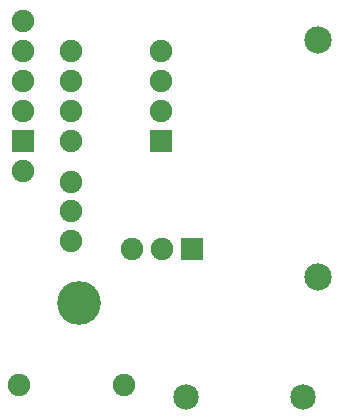
<source format=gts>
G04 (created by PCBNEW-RS274X (2012-apr-16-27)-stable) date Sun 23 Mar 2014 20:21:50 GMT*
G01*
G70*
G90*
%MOIN*%
G04 Gerber Fmt 3.4, Leading zero omitted, Abs format*
%FSLAX34Y34*%
G04 APERTURE LIST*
%ADD10C,0.006000*%
%ADD11C,0.090900*%
%ADD12C,0.075000*%
%ADD13R,0.075000X0.075000*%
%ADD14C,0.085000*%
%ADD15C,0.146000*%
%ADD16C,0.075100*%
%ADD17R,0.075100X0.075100*%
G04 APERTURE END LIST*
G54D10*
G54D11*
X62400Y-20035D03*
X62400Y-12135D03*
G54D12*
X52450Y-23650D03*
X55950Y-23650D03*
G54D13*
X57175Y-15525D03*
G54D12*
X57175Y-14525D03*
X57175Y-13525D03*
X57175Y-12525D03*
X54175Y-12525D03*
X54175Y-13525D03*
X54175Y-14525D03*
X54175Y-15525D03*
G54D13*
X58200Y-19125D03*
G54D12*
X57200Y-19125D03*
X56200Y-19125D03*
G54D14*
X61910Y-24050D03*
X57990Y-24050D03*
G54D15*
X54425Y-20925D03*
G54D16*
X54175Y-18830D03*
X54175Y-17850D03*
X54175Y-16870D03*
X52575Y-16525D03*
G54D17*
X52575Y-15525D03*
G54D16*
X52575Y-14525D03*
X52575Y-13525D03*
X52575Y-12525D03*
X52575Y-11525D03*
M02*

</source>
